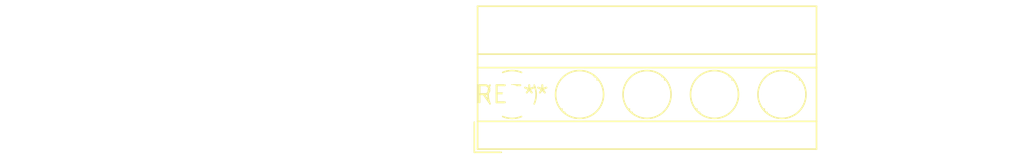
<source format=kicad_pcb>
(kicad_pcb (version 20240108) (generator pcbnew)
  (layers (0 "F.Cu" signal) (31 "B.Cu" signal) (34 "B.Paste" user) (35 "F.Paste" user) (36 "B.SilkS" user "B.Silkscreen") (37 "F.SilkS" user "F.Silkscreen") (38 "B.Mask" user) (39 "F.Mask" user) (44 "Edge.Cuts" user))
  (net 0 "")
  (footprint "TerminalBlock_MetzConnect_Type011_RT05505HBWC_1x05_P5.00mm_Horizontal" (layer "F.Cu") (at 0 0)
    (property "Reference" "REF**")
    (property "Value" "TerminalBlock_MetzConnect_Type011_RT05505HBWC_1x05_P5.00mm_Horizontal")
    (fp_line (start -2.8 2.06) (end -2.8 4.3) (layer "F.SilkS") (stroke (width 0.12)))
    (fp_line (start -2.8 4.3) (end -0.8 4.3) (layer "F.SilkS") (stroke (width 0.12)))
    (fp_line (start -2.56 -6.56) (end -2.56 4.06) (layer "F.SilkS") (stroke (width 0.12)))
    (fp_line (start -2.56 -6.56) (end 22.56 -6.56) (layer "F.SilkS") (stroke (width 0.12)))
    (fp_line (start -2.56 -3) (end 22.56 -3) (layer "F.SilkS") (stroke (width 0.12)))
    (fp_line (start -2.56 -2) (end 22.56 -2) (layer "F.SilkS") (stroke (width 0.12)))
    (fp_line (start -2.56 2) (end 22.56 2) (layer "F.SilkS") (stroke (width 0.12)))
    (fp_line (start -2.56 4.06) (end 22.56 4.06) (layer "F.SilkS") (stroke (width 0.12)))
    (fp_line (start 3.7 1.083) (end 3.65 1.133) (layer "F.SilkS") (stroke (width 0.12)))
    (fp_line (start 3.892 1.325) (end 3.868 1.35) (layer "F.SilkS") (stroke (width 0.12)))
    (fp_line (start 6.133 -1.35) (end 6.108 -1.326) (layer "F.SilkS") (stroke (width 0.12)))
    (fp_line (start 6.35 -1.133) (end 6.301 -1.083) (layer "F.SilkS") (stroke (width 0.12)))
    (fp_line (start 8.7 1.083) (end 8.65 1.133) (layer "F.SilkS") (stroke (width 0.12)))
    (fp_line (start 8.892 1.325) (end 8.868 1.35) (layer "F.SilkS") (stroke (width 0.12)))
    (fp_line (start 11.133 -1.35) (end 11.108 -1.326) (layer "F.SilkS") (stroke (width 0.12)))
    (fp_line (start 11.35 -1.133) (end 11.301 -1.083) (layer "F.SilkS") (stroke (width 0.12)))
    (fp_line (start 13.7 1.083) (end 13.65 1.133) (layer "F.SilkS") (stroke (width 0.12)))
    (fp_line (start 13.892 1.325) (end 13.868 1.35) (layer "F.SilkS") (stroke (width 0.12)))
    (fp_line (start 16.133 -1.35) (end 16.108 -1.326) (layer "F.SilkS") (stroke (width 0.12)))
    (fp_line (start 16.35 -1.133) (end 16.301 -1.083) (layer "F.SilkS") (stroke (width 0.12)))
    (fp_line (start 18.7 1.083) (end 18.65 1.133) (layer "F.SilkS") (stroke (width 0.12)))
    (fp_line (start 18.892 1.325) (end 18.868 1.35) (layer "F.SilkS") (stroke (width 0.12)))
    (fp_line (start 21.133 -1.35) (end 21.108 -1.326) (layer "F.SilkS") (stroke (width 0.12)))
    (fp_line (start 21.35 -1.133) (end 21.301 -1.083) (layer "F.SilkS") (stroke (width 0.12)))
    (fp_line (start 22.56 -6.56) (end 22.56 4.06) (layer "F.SilkS") (stroke (width 0.12)))
    (fp_arc (start -1.639206 0.695516) (mid -1.780657 -0.000263) (end -1.639 -0.696) (layer "F.SilkS") (stroke (width 0.12)))
    (fp_arc (start -0.695516 -1.639206) (mid 0.000263 -1.780657) (end 0.696 -1.639) (layer "F.SilkS") (stroke (width 0.12)))
    (fp_arc (start 0.030814 1.78039) (mid -0.340023 1.747891) (end -0.696 1.639) (layer "F.SilkS") (stroke (width 0.12)))
    (fp_arc (start 0.695501 1.638499) (mid 0.354875 1.744266) (end 0 1.78) (layer "F.SilkS") (stroke (width 0.12)))
    (fp_arc (start 1.639206 -0.695516) (mid 1.780657 0.000263) (end 1.639 0.696) (layer "F.SilkS") (stroke (width 0.12)))
    (fp_circle (center 5 0) (end 6.78 0) (layer "F.SilkS") (stroke (width 0.12)) (fill none))
    (fp_circle (center 10 0) (end 11.78 0) (layer "F.SilkS") (stroke (width 0.12)) (fill none))
    (fp_circle (center 15 0) (end 16.78 0) (layer "F.SilkS") (stroke (width 0.12)) (fill none))
    (fp_circle (center 20 0) (end 21.78 0) (layer "F.SilkS") (stroke (width 0.12)) (fill none))
    (pad "1" thru_hole rect (at 0 0) (size 2.8 2.8) (drill 1.4) (layers *.Cu *.Mask) (remove_unused_layers))
    (pad "2" thru_hole circle (at 5 0) (size 2.8 2.8) (drill 1.4) (layers *.Cu *.Mask) (remove_unused_layers))
    (pad "3" thru_hole circle (at 10 0) (size 2.8 2.8) (drill 1.4) (layers *.Cu *.Mask) (remove_unused_layers))
    (pad "4" thru_hole circle (at 15 0) (size 2.8 2.8) (drill 1.4) (layers *.Cu *.Mask) (remove_unused_layers))
    (pad "5" thru_hole circle (at 20 0) (size 2.8 2.8) (drill 1.4) (layers *.Cu *.Mask) (remove_unused_layers))
  )
)
</source>
